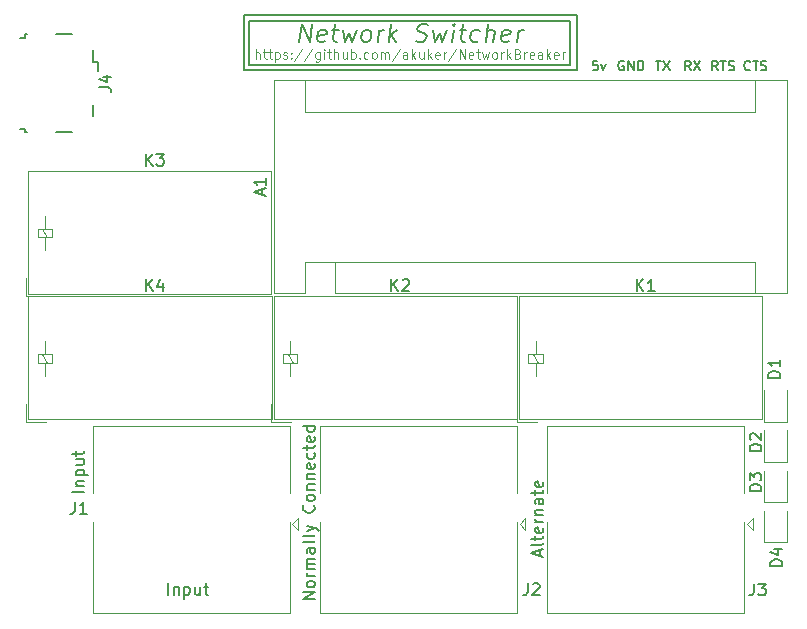
<source format=gto>
G04 #@! TF.GenerationSoftware,KiCad,Pcbnew,(5.1.4)-1*
G04 #@! TF.CreationDate,2020-09-13T00:14:35-05:00*
G04 #@! TF.ProjectId,NetworkBreaker,4e657477-6f72-46b4-9272-65616b65722e,rev?*
G04 #@! TF.SameCoordinates,Original*
G04 #@! TF.FileFunction,Legend,Top*
G04 #@! TF.FilePolarity,Positive*
%FSLAX46Y46*%
G04 Gerber Fmt 4.6, Leading zero omitted, Abs format (unit mm)*
G04 Created by KiCad (PCBNEW (5.1.4)-1) date 2020-09-13 00:14:35*
%MOMM*%
%LPD*%
G04 APERTURE LIST*
%ADD10C,0.150000*%
%ADD11C,0.100000*%
%ADD12C,0.200000*%
%ADD13C,0.120000*%
G04 APERTURE END LIST*
D10*
X243446666Y-145942857D02*
X243446666Y-145466666D01*
X243732380Y-146038095D02*
X242732380Y-145704761D01*
X243732380Y-145371428D01*
X243732380Y-144895238D02*
X243684761Y-144990476D01*
X243589523Y-145038095D01*
X242732380Y-145038095D01*
X243065714Y-144657142D02*
X243065714Y-144276190D01*
X242732380Y-144514285D02*
X243589523Y-144514285D01*
X243684761Y-144466666D01*
X243732380Y-144371428D01*
X243732380Y-144276190D01*
X243684761Y-143561904D02*
X243732380Y-143657142D01*
X243732380Y-143847619D01*
X243684761Y-143942857D01*
X243589523Y-143990476D01*
X243208571Y-143990476D01*
X243113333Y-143942857D01*
X243065714Y-143847619D01*
X243065714Y-143657142D01*
X243113333Y-143561904D01*
X243208571Y-143514285D01*
X243303809Y-143514285D01*
X243399047Y-143990476D01*
X243732380Y-143085714D02*
X243065714Y-143085714D01*
X243256190Y-143085714D02*
X243160952Y-143038095D01*
X243113333Y-142990476D01*
X243065714Y-142895238D01*
X243065714Y-142800000D01*
X243065714Y-142466666D02*
X243732380Y-142466666D01*
X243160952Y-142466666D02*
X243113333Y-142419047D01*
X243065714Y-142323809D01*
X243065714Y-142180952D01*
X243113333Y-142085714D01*
X243208571Y-142038095D01*
X243732380Y-142038095D01*
X243732380Y-141133333D02*
X243208571Y-141133333D01*
X243113333Y-141180952D01*
X243065714Y-141276190D01*
X243065714Y-141466666D01*
X243113333Y-141561904D01*
X243684761Y-141133333D02*
X243732380Y-141228571D01*
X243732380Y-141466666D01*
X243684761Y-141561904D01*
X243589523Y-141609523D01*
X243494285Y-141609523D01*
X243399047Y-141561904D01*
X243351428Y-141466666D01*
X243351428Y-141228571D01*
X243303809Y-141133333D01*
X243065714Y-140800000D02*
X243065714Y-140419047D01*
X242732380Y-140657142D02*
X243589523Y-140657142D01*
X243684761Y-140609523D01*
X243732380Y-140514285D01*
X243732380Y-140419047D01*
X243684761Y-139704761D02*
X243732380Y-139800000D01*
X243732380Y-139990476D01*
X243684761Y-140085714D01*
X243589523Y-140133333D01*
X243208571Y-140133333D01*
X243113333Y-140085714D01*
X243065714Y-139990476D01*
X243065714Y-139800000D01*
X243113333Y-139704761D01*
X243208571Y-139657142D01*
X243303809Y-139657142D01*
X243399047Y-140133333D01*
X224392380Y-149633333D02*
X223392380Y-149633333D01*
X224392380Y-149061904D01*
X223392380Y-149061904D01*
X224392380Y-148442857D02*
X224344761Y-148538095D01*
X224297142Y-148585714D01*
X224201904Y-148633333D01*
X223916190Y-148633333D01*
X223820952Y-148585714D01*
X223773333Y-148538095D01*
X223725714Y-148442857D01*
X223725714Y-148300000D01*
X223773333Y-148204761D01*
X223820952Y-148157142D01*
X223916190Y-148109523D01*
X224201904Y-148109523D01*
X224297142Y-148157142D01*
X224344761Y-148204761D01*
X224392380Y-148300000D01*
X224392380Y-148442857D01*
X224392380Y-147680952D02*
X223725714Y-147680952D01*
X223916190Y-147680952D02*
X223820952Y-147633333D01*
X223773333Y-147585714D01*
X223725714Y-147490476D01*
X223725714Y-147395238D01*
X224392380Y-147061904D02*
X223725714Y-147061904D01*
X223820952Y-147061904D02*
X223773333Y-147014285D01*
X223725714Y-146919047D01*
X223725714Y-146776190D01*
X223773333Y-146680952D01*
X223868571Y-146633333D01*
X224392380Y-146633333D01*
X223868571Y-146633333D02*
X223773333Y-146585714D01*
X223725714Y-146490476D01*
X223725714Y-146347619D01*
X223773333Y-146252380D01*
X223868571Y-146204761D01*
X224392380Y-146204761D01*
X224392380Y-145300000D02*
X223868571Y-145300000D01*
X223773333Y-145347619D01*
X223725714Y-145442857D01*
X223725714Y-145633333D01*
X223773333Y-145728571D01*
X224344761Y-145300000D02*
X224392380Y-145395238D01*
X224392380Y-145633333D01*
X224344761Y-145728571D01*
X224249523Y-145776190D01*
X224154285Y-145776190D01*
X224059047Y-145728571D01*
X224011428Y-145633333D01*
X224011428Y-145395238D01*
X223963809Y-145300000D01*
X224392380Y-144680952D02*
X224344761Y-144776190D01*
X224249523Y-144823809D01*
X223392380Y-144823809D01*
X224392380Y-144157142D02*
X224344761Y-144252380D01*
X224249523Y-144300000D01*
X223392380Y-144300000D01*
X223725714Y-143871428D02*
X224392380Y-143633333D01*
X223725714Y-143395238D02*
X224392380Y-143633333D01*
X224630476Y-143728571D01*
X224678095Y-143776190D01*
X224725714Y-143871428D01*
X224297142Y-141680952D02*
X224344761Y-141728571D01*
X224392380Y-141871428D01*
X224392380Y-141966666D01*
X224344761Y-142109523D01*
X224249523Y-142204761D01*
X224154285Y-142252380D01*
X223963809Y-142300000D01*
X223820952Y-142300000D01*
X223630476Y-142252380D01*
X223535238Y-142204761D01*
X223440000Y-142109523D01*
X223392380Y-141966666D01*
X223392380Y-141871428D01*
X223440000Y-141728571D01*
X223487619Y-141680952D01*
X224392380Y-141109523D02*
X224344761Y-141204761D01*
X224297142Y-141252380D01*
X224201904Y-141300000D01*
X223916190Y-141300000D01*
X223820952Y-141252380D01*
X223773333Y-141204761D01*
X223725714Y-141109523D01*
X223725714Y-140966666D01*
X223773333Y-140871428D01*
X223820952Y-140823809D01*
X223916190Y-140776190D01*
X224201904Y-140776190D01*
X224297142Y-140823809D01*
X224344761Y-140871428D01*
X224392380Y-140966666D01*
X224392380Y-141109523D01*
X223725714Y-140347619D02*
X224392380Y-140347619D01*
X223820952Y-140347619D02*
X223773333Y-140300000D01*
X223725714Y-140204761D01*
X223725714Y-140061904D01*
X223773333Y-139966666D01*
X223868571Y-139919047D01*
X224392380Y-139919047D01*
X223725714Y-139442857D02*
X224392380Y-139442857D01*
X223820952Y-139442857D02*
X223773333Y-139395238D01*
X223725714Y-139300000D01*
X223725714Y-139157142D01*
X223773333Y-139061904D01*
X223868571Y-139014285D01*
X224392380Y-139014285D01*
X224344761Y-138157142D02*
X224392380Y-138252380D01*
X224392380Y-138442857D01*
X224344761Y-138538095D01*
X224249523Y-138585714D01*
X223868571Y-138585714D01*
X223773333Y-138538095D01*
X223725714Y-138442857D01*
X223725714Y-138252380D01*
X223773333Y-138157142D01*
X223868571Y-138109523D01*
X223963809Y-138109523D01*
X224059047Y-138585714D01*
X224344761Y-137252380D02*
X224392380Y-137347619D01*
X224392380Y-137538095D01*
X224344761Y-137633333D01*
X224297142Y-137680952D01*
X224201904Y-137728571D01*
X223916190Y-137728571D01*
X223820952Y-137680952D01*
X223773333Y-137633333D01*
X223725714Y-137538095D01*
X223725714Y-137347619D01*
X223773333Y-137252380D01*
X223725714Y-136966666D02*
X223725714Y-136585714D01*
X223392380Y-136823809D02*
X224249523Y-136823809D01*
X224344761Y-136776190D01*
X224392380Y-136680952D01*
X224392380Y-136585714D01*
X224344761Y-135871428D02*
X224392380Y-135966666D01*
X224392380Y-136157142D01*
X224344761Y-136252380D01*
X224249523Y-136300000D01*
X223868571Y-136300000D01*
X223773333Y-136252380D01*
X223725714Y-136157142D01*
X223725714Y-135966666D01*
X223773333Y-135871428D01*
X223868571Y-135823809D01*
X223963809Y-135823809D01*
X224059047Y-136300000D01*
X224392380Y-134966666D02*
X223392380Y-134966666D01*
X224344761Y-134966666D02*
X224392380Y-135061904D01*
X224392380Y-135252380D01*
X224344761Y-135347619D01*
X224297142Y-135395238D01*
X224201904Y-135442857D01*
X223916190Y-135442857D01*
X223820952Y-135395238D01*
X223773333Y-135347619D01*
X223725714Y-135252380D01*
X223725714Y-135061904D01*
X223773333Y-134966666D01*
X204871980Y-140517657D02*
X203871980Y-140517657D01*
X204205314Y-140041466D02*
X204871980Y-140041466D01*
X204300552Y-140041466D02*
X204252933Y-139993847D01*
X204205314Y-139898609D01*
X204205314Y-139755752D01*
X204252933Y-139660514D01*
X204348171Y-139612895D01*
X204871980Y-139612895D01*
X204205314Y-139136704D02*
X205205314Y-139136704D01*
X204252933Y-139136704D02*
X204205314Y-139041466D01*
X204205314Y-138850990D01*
X204252933Y-138755752D01*
X204300552Y-138708133D01*
X204395790Y-138660514D01*
X204681504Y-138660514D01*
X204776742Y-138708133D01*
X204824361Y-138755752D01*
X204871980Y-138850990D01*
X204871980Y-139041466D01*
X204824361Y-139136704D01*
X204205314Y-137803371D02*
X204871980Y-137803371D01*
X204205314Y-138231942D02*
X204729123Y-138231942D01*
X204824361Y-138184323D01*
X204871980Y-138089085D01*
X204871980Y-137946228D01*
X204824361Y-137850990D01*
X204776742Y-137803371D01*
X204205314Y-137470038D02*
X204205314Y-137089085D01*
X203871980Y-137327180D02*
X204729123Y-137327180D01*
X204824361Y-137279561D01*
X204871980Y-137184323D01*
X204871980Y-137089085D01*
X211967142Y-149242380D02*
X211967142Y-148242380D01*
X212443333Y-148575714D02*
X212443333Y-149242380D01*
X212443333Y-148670952D02*
X212490952Y-148623333D01*
X212586190Y-148575714D01*
X212729047Y-148575714D01*
X212824285Y-148623333D01*
X212871904Y-148718571D01*
X212871904Y-149242380D01*
X213348095Y-148575714D02*
X213348095Y-149575714D01*
X213348095Y-148623333D02*
X213443333Y-148575714D01*
X213633809Y-148575714D01*
X213729047Y-148623333D01*
X213776666Y-148670952D01*
X213824285Y-148766190D01*
X213824285Y-149051904D01*
X213776666Y-149147142D01*
X213729047Y-149194761D01*
X213633809Y-149242380D01*
X213443333Y-149242380D01*
X213348095Y-149194761D01*
X214681428Y-148575714D02*
X214681428Y-149242380D01*
X214252857Y-148575714D02*
X214252857Y-149099523D01*
X214300476Y-149194761D01*
X214395714Y-149242380D01*
X214538571Y-149242380D01*
X214633809Y-149194761D01*
X214681428Y-149147142D01*
X215014761Y-148575714D02*
X215395714Y-148575714D01*
X215157619Y-148242380D02*
X215157619Y-149099523D01*
X215205238Y-149194761D01*
X215300476Y-149242380D01*
X215395714Y-149242380D01*
X261261904Y-104785714D02*
X261223809Y-104823809D01*
X261109523Y-104861904D01*
X261033333Y-104861904D01*
X260919047Y-104823809D01*
X260842857Y-104747619D01*
X260804761Y-104671428D01*
X260766666Y-104519047D01*
X260766666Y-104404761D01*
X260804761Y-104252380D01*
X260842857Y-104176190D01*
X260919047Y-104100000D01*
X261033333Y-104061904D01*
X261109523Y-104061904D01*
X261223809Y-104100000D01*
X261261904Y-104138095D01*
X261490476Y-104061904D02*
X261947619Y-104061904D01*
X261719047Y-104861904D02*
X261719047Y-104061904D01*
X262176190Y-104823809D02*
X262290476Y-104861904D01*
X262480952Y-104861904D01*
X262557142Y-104823809D01*
X262595238Y-104785714D01*
X262633333Y-104709523D01*
X262633333Y-104633333D01*
X262595238Y-104557142D01*
X262557142Y-104519047D01*
X262480952Y-104480952D01*
X262328571Y-104442857D01*
X262252380Y-104404761D01*
X262214285Y-104366666D01*
X262176190Y-104290476D01*
X262176190Y-104214285D01*
X262214285Y-104138095D01*
X262252380Y-104100000D01*
X262328571Y-104061904D01*
X262519047Y-104061904D01*
X262633333Y-104100000D01*
X258521904Y-104861904D02*
X258255238Y-104480952D01*
X258064761Y-104861904D02*
X258064761Y-104061904D01*
X258369523Y-104061904D01*
X258445714Y-104100000D01*
X258483809Y-104138095D01*
X258521904Y-104214285D01*
X258521904Y-104328571D01*
X258483809Y-104404761D01*
X258445714Y-104442857D01*
X258369523Y-104480952D01*
X258064761Y-104480952D01*
X258750476Y-104061904D02*
X259207619Y-104061904D01*
X258979047Y-104861904D02*
X258979047Y-104061904D01*
X259436190Y-104823809D02*
X259550476Y-104861904D01*
X259740952Y-104861904D01*
X259817142Y-104823809D01*
X259855238Y-104785714D01*
X259893333Y-104709523D01*
X259893333Y-104633333D01*
X259855238Y-104557142D01*
X259817142Y-104519047D01*
X259740952Y-104480952D01*
X259588571Y-104442857D01*
X259512380Y-104404761D01*
X259474285Y-104366666D01*
X259436190Y-104290476D01*
X259436190Y-104214285D01*
X259474285Y-104138095D01*
X259512380Y-104100000D01*
X259588571Y-104061904D01*
X259779047Y-104061904D01*
X259893333Y-104100000D01*
X256226666Y-104861904D02*
X255960000Y-104480952D01*
X255769523Y-104861904D02*
X255769523Y-104061904D01*
X256074285Y-104061904D01*
X256150476Y-104100000D01*
X256188571Y-104138095D01*
X256226666Y-104214285D01*
X256226666Y-104328571D01*
X256188571Y-104404761D01*
X256150476Y-104442857D01*
X256074285Y-104480952D01*
X255769523Y-104480952D01*
X256493333Y-104061904D02*
X257026666Y-104861904D01*
X257026666Y-104061904D02*
X256493333Y-104861904D01*
X253270476Y-104061904D02*
X253727619Y-104061904D01*
X253499047Y-104861904D02*
X253499047Y-104061904D01*
X253918095Y-104061904D02*
X254451428Y-104861904D01*
X254451428Y-104061904D02*
X253918095Y-104861904D01*
X250550476Y-104100000D02*
X250474285Y-104061904D01*
X250360000Y-104061904D01*
X250245714Y-104100000D01*
X250169523Y-104176190D01*
X250131428Y-104252380D01*
X250093333Y-104404761D01*
X250093333Y-104519047D01*
X250131428Y-104671428D01*
X250169523Y-104747619D01*
X250245714Y-104823809D01*
X250360000Y-104861904D01*
X250436190Y-104861904D01*
X250550476Y-104823809D01*
X250588571Y-104785714D01*
X250588571Y-104519047D01*
X250436190Y-104519047D01*
X250931428Y-104861904D02*
X250931428Y-104061904D01*
X251388571Y-104861904D01*
X251388571Y-104061904D01*
X251769523Y-104861904D02*
X251769523Y-104061904D01*
X251960000Y-104061904D01*
X252074285Y-104100000D01*
X252150476Y-104176190D01*
X252188571Y-104252380D01*
X252226666Y-104404761D01*
X252226666Y-104519047D01*
X252188571Y-104671428D01*
X252150476Y-104747619D01*
X252074285Y-104823809D01*
X251960000Y-104861904D01*
X251769523Y-104861904D01*
X248335714Y-104061904D02*
X247954761Y-104061904D01*
X247916666Y-104442857D01*
X247954761Y-104404761D01*
X248030952Y-104366666D01*
X248221428Y-104366666D01*
X248297619Y-104404761D01*
X248335714Y-104442857D01*
X248373809Y-104519047D01*
X248373809Y-104709523D01*
X248335714Y-104785714D01*
X248297619Y-104823809D01*
X248221428Y-104861904D01*
X248030952Y-104861904D01*
X247954761Y-104823809D01*
X247916666Y-104785714D01*
X248640476Y-104328571D02*
X248830952Y-104861904D01*
X249021428Y-104328571D01*
X218370000Y-100210000D02*
X218374000Y-104842000D01*
X246593400Y-100210000D02*
X218370000Y-100210000D01*
X246593400Y-104842000D02*
X246593400Y-100210000D01*
X218374000Y-104842000D02*
X246593400Y-104842000D01*
X218850000Y-100680000D02*
X218850000Y-104400000D01*
X246009200Y-100680000D02*
X218850000Y-100680000D01*
X246009200Y-104410200D02*
X246009200Y-100680000D01*
X218856600Y-104410200D02*
X246009200Y-104410200D01*
D11*
X219397980Y-103857704D02*
X219397980Y-103057704D01*
X219740838Y-103857704D02*
X219740838Y-103438657D01*
X219702742Y-103362466D01*
X219626552Y-103324371D01*
X219512266Y-103324371D01*
X219436076Y-103362466D01*
X219397980Y-103400561D01*
X220007504Y-103324371D02*
X220312266Y-103324371D01*
X220121790Y-103057704D02*
X220121790Y-103743419D01*
X220159885Y-103819609D01*
X220236076Y-103857704D01*
X220312266Y-103857704D01*
X220464647Y-103324371D02*
X220769409Y-103324371D01*
X220578933Y-103057704D02*
X220578933Y-103743419D01*
X220617028Y-103819609D01*
X220693219Y-103857704D01*
X220769409Y-103857704D01*
X221036076Y-103324371D02*
X221036076Y-104124371D01*
X221036076Y-103362466D02*
X221112266Y-103324371D01*
X221264647Y-103324371D01*
X221340838Y-103362466D01*
X221378933Y-103400561D01*
X221417028Y-103476752D01*
X221417028Y-103705323D01*
X221378933Y-103781514D01*
X221340838Y-103819609D01*
X221264647Y-103857704D01*
X221112266Y-103857704D01*
X221036076Y-103819609D01*
X221721790Y-103819609D02*
X221797980Y-103857704D01*
X221950361Y-103857704D01*
X222026552Y-103819609D01*
X222064647Y-103743419D01*
X222064647Y-103705323D01*
X222026552Y-103629133D01*
X221950361Y-103591038D01*
X221836076Y-103591038D01*
X221759885Y-103552942D01*
X221721790Y-103476752D01*
X221721790Y-103438657D01*
X221759885Y-103362466D01*
X221836076Y-103324371D01*
X221950361Y-103324371D01*
X222026552Y-103362466D01*
X222407504Y-103781514D02*
X222445599Y-103819609D01*
X222407504Y-103857704D01*
X222369409Y-103819609D01*
X222407504Y-103781514D01*
X222407504Y-103857704D01*
X222407504Y-103362466D02*
X222445599Y-103400561D01*
X222407504Y-103438657D01*
X222369409Y-103400561D01*
X222407504Y-103362466D01*
X222407504Y-103438657D01*
X223359885Y-103019609D02*
X222674171Y-104048180D01*
X224197980Y-103019609D02*
X223512266Y-104048180D01*
X224807504Y-103324371D02*
X224807504Y-103971990D01*
X224769409Y-104048180D01*
X224731314Y-104086276D01*
X224655123Y-104124371D01*
X224540838Y-104124371D01*
X224464647Y-104086276D01*
X224807504Y-103819609D02*
X224731314Y-103857704D01*
X224578933Y-103857704D01*
X224502742Y-103819609D01*
X224464647Y-103781514D01*
X224426552Y-103705323D01*
X224426552Y-103476752D01*
X224464647Y-103400561D01*
X224502742Y-103362466D01*
X224578933Y-103324371D01*
X224731314Y-103324371D01*
X224807504Y-103362466D01*
X225188457Y-103857704D02*
X225188457Y-103324371D01*
X225188457Y-103057704D02*
X225150361Y-103095800D01*
X225188457Y-103133895D01*
X225226552Y-103095800D01*
X225188457Y-103057704D01*
X225188457Y-103133895D01*
X225455123Y-103324371D02*
X225759885Y-103324371D01*
X225569409Y-103057704D02*
X225569409Y-103743419D01*
X225607504Y-103819609D01*
X225683695Y-103857704D01*
X225759885Y-103857704D01*
X226026552Y-103857704D02*
X226026552Y-103057704D01*
X226369409Y-103857704D02*
X226369409Y-103438657D01*
X226331314Y-103362466D01*
X226255123Y-103324371D01*
X226140838Y-103324371D01*
X226064647Y-103362466D01*
X226026552Y-103400561D01*
X227093219Y-103324371D02*
X227093219Y-103857704D01*
X226750361Y-103324371D02*
X226750361Y-103743419D01*
X226788457Y-103819609D01*
X226864647Y-103857704D01*
X226978933Y-103857704D01*
X227055123Y-103819609D01*
X227093219Y-103781514D01*
X227474171Y-103857704D02*
X227474171Y-103057704D01*
X227474171Y-103362466D02*
X227550361Y-103324371D01*
X227702742Y-103324371D01*
X227778933Y-103362466D01*
X227817028Y-103400561D01*
X227855123Y-103476752D01*
X227855123Y-103705323D01*
X227817028Y-103781514D01*
X227778933Y-103819609D01*
X227702742Y-103857704D01*
X227550361Y-103857704D01*
X227474171Y-103819609D01*
X228197980Y-103781514D02*
X228236076Y-103819609D01*
X228197980Y-103857704D01*
X228159885Y-103819609D01*
X228197980Y-103781514D01*
X228197980Y-103857704D01*
X228921790Y-103819609D02*
X228845599Y-103857704D01*
X228693219Y-103857704D01*
X228617028Y-103819609D01*
X228578933Y-103781514D01*
X228540838Y-103705323D01*
X228540838Y-103476752D01*
X228578933Y-103400561D01*
X228617028Y-103362466D01*
X228693219Y-103324371D01*
X228845599Y-103324371D01*
X228921790Y-103362466D01*
X229378933Y-103857704D02*
X229302742Y-103819609D01*
X229264647Y-103781514D01*
X229226552Y-103705323D01*
X229226552Y-103476752D01*
X229264647Y-103400561D01*
X229302742Y-103362466D01*
X229378933Y-103324371D01*
X229493219Y-103324371D01*
X229569409Y-103362466D01*
X229607504Y-103400561D01*
X229645599Y-103476752D01*
X229645599Y-103705323D01*
X229607504Y-103781514D01*
X229569409Y-103819609D01*
X229493219Y-103857704D01*
X229378933Y-103857704D01*
X229988457Y-103857704D02*
X229988457Y-103324371D01*
X229988457Y-103400561D02*
X230026552Y-103362466D01*
X230102742Y-103324371D01*
X230217028Y-103324371D01*
X230293219Y-103362466D01*
X230331314Y-103438657D01*
X230331314Y-103857704D01*
X230331314Y-103438657D02*
X230369409Y-103362466D01*
X230445599Y-103324371D01*
X230559885Y-103324371D01*
X230636076Y-103362466D01*
X230674171Y-103438657D01*
X230674171Y-103857704D01*
X231626552Y-103019609D02*
X230940838Y-104048180D01*
X232236076Y-103857704D02*
X232236076Y-103438657D01*
X232197980Y-103362466D01*
X232121790Y-103324371D01*
X231969409Y-103324371D01*
X231893219Y-103362466D01*
X232236076Y-103819609D02*
X232159885Y-103857704D01*
X231969409Y-103857704D01*
X231893219Y-103819609D01*
X231855123Y-103743419D01*
X231855123Y-103667228D01*
X231893219Y-103591038D01*
X231969409Y-103552942D01*
X232159885Y-103552942D01*
X232236076Y-103514847D01*
X232617028Y-103857704D02*
X232617028Y-103057704D01*
X232693219Y-103552942D02*
X232921790Y-103857704D01*
X232921790Y-103324371D02*
X232617028Y-103629133D01*
X233607504Y-103324371D02*
X233607504Y-103857704D01*
X233264647Y-103324371D02*
X233264647Y-103743419D01*
X233302742Y-103819609D01*
X233378933Y-103857704D01*
X233493219Y-103857704D01*
X233569409Y-103819609D01*
X233607504Y-103781514D01*
X233988457Y-103857704D02*
X233988457Y-103057704D01*
X234064647Y-103552942D02*
X234293219Y-103857704D01*
X234293219Y-103324371D02*
X233988457Y-103629133D01*
X234940838Y-103819609D02*
X234864647Y-103857704D01*
X234712266Y-103857704D01*
X234636076Y-103819609D01*
X234597980Y-103743419D01*
X234597980Y-103438657D01*
X234636076Y-103362466D01*
X234712266Y-103324371D01*
X234864647Y-103324371D01*
X234940838Y-103362466D01*
X234978933Y-103438657D01*
X234978933Y-103514847D01*
X234597980Y-103591038D01*
X235321790Y-103857704D02*
X235321790Y-103324371D01*
X235321790Y-103476752D02*
X235359885Y-103400561D01*
X235397980Y-103362466D01*
X235474171Y-103324371D01*
X235550361Y-103324371D01*
X236388457Y-103019609D02*
X235702742Y-104048180D01*
X236655123Y-103857704D02*
X236655123Y-103057704D01*
X237112266Y-103857704D01*
X237112266Y-103057704D01*
X237797980Y-103819609D02*
X237721790Y-103857704D01*
X237569409Y-103857704D01*
X237493219Y-103819609D01*
X237455123Y-103743419D01*
X237455123Y-103438657D01*
X237493219Y-103362466D01*
X237569409Y-103324371D01*
X237721790Y-103324371D01*
X237797980Y-103362466D01*
X237836076Y-103438657D01*
X237836076Y-103514847D01*
X237455123Y-103591038D01*
X238064647Y-103324371D02*
X238369409Y-103324371D01*
X238178933Y-103057704D02*
X238178933Y-103743419D01*
X238217028Y-103819609D01*
X238293219Y-103857704D01*
X238369409Y-103857704D01*
X238559885Y-103324371D02*
X238712266Y-103857704D01*
X238864647Y-103476752D01*
X239017028Y-103857704D01*
X239169409Y-103324371D01*
X239588457Y-103857704D02*
X239512266Y-103819609D01*
X239474171Y-103781514D01*
X239436076Y-103705323D01*
X239436076Y-103476752D01*
X239474171Y-103400561D01*
X239512266Y-103362466D01*
X239588457Y-103324371D01*
X239702742Y-103324371D01*
X239778933Y-103362466D01*
X239817028Y-103400561D01*
X239855123Y-103476752D01*
X239855123Y-103705323D01*
X239817028Y-103781514D01*
X239778933Y-103819609D01*
X239702742Y-103857704D01*
X239588457Y-103857704D01*
X240197980Y-103857704D02*
X240197980Y-103324371D01*
X240197980Y-103476752D02*
X240236076Y-103400561D01*
X240274171Y-103362466D01*
X240350361Y-103324371D01*
X240426552Y-103324371D01*
X240693219Y-103857704D02*
X240693219Y-103057704D01*
X240769409Y-103552942D02*
X240997980Y-103857704D01*
X240997980Y-103324371D02*
X240693219Y-103629133D01*
X241607504Y-103438657D02*
X241721790Y-103476752D01*
X241759885Y-103514847D01*
X241797980Y-103591038D01*
X241797980Y-103705323D01*
X241759885Y-103781514D01*
X241721790Y-103819609D01*
X241645600Y-103857704D01*
X241340838Y-103857704D01*
X241340838Y-103057704D01*
X241607504Y-103057704D01*
X241683695Y-103095800D01*
X241721790Y-103133895D01*
X241759885Y-103210085D01*
X241759885Y-103286276D01*
X241721790Y-103362466D01*
X241683695Y-103400561D01*
X241607504Y-103438657D01*
X241340838Y-103438657D01*
X242140838Y-103857704D02*
X242140838Y-103324371D01*
X242140838Y-103476752D02*
X242178933Y-103400561D01*
X242217028Y-103362466D01*
X242293219Y-103324371D01*
X242369409Y-103324371D01*
X242940838Y-103819609D02*
X242864647Y-103857704D01*
X242712266Y-103857704D01*
X242636076Y-103819609D01*
X242597980Y-103743419D01*
X242597980Y-103438657D01*
X242636076Y-103362466D01*
X242712266Y-103324371D01*
X242864647Y-103324371D01*
X242940838Y-103362466D01*
X242978933Y-103438657D01*
X242978933Y-103514847D01*
X242597980Y-103591038D01*
X243664647Y-103857704D02*
X243664647Y-103438657D01*
X243626552Y-103362466D01*
X243550361Y-103324371D01*
X243397980Y-103324371D01*
X243321790Y-103362466D01*
X243664647Y-103819609D02*
X243588457Y-103857704D01*
X243397980Y-103857704D01*
X243321790Y-103819609D01*
X243283695Y-103743419D01*
X243283695Y-103667228D01*
X243321790Y-103591038D01*
X243397980Y-103552942D01*
X243588457Y-103552942D01*
X243664647Y-103514847D01*
X244045600Y-103857704D02*
X244045600Y-103057704D01*
X244121790Y-103552942D02*
X244350361Y-103857704D01*
X244350361Y-103324371D02*
X244045600Y-103629133D01*
X244997980Y-103819609D02*
X244921790Y-103857704D01*
X244769409Y-103857704D01*
X244693219Y-103819609D01*
X244655123Y-103743419D01*
X244655123Y-103438657D01*
X244693219Y-103362466D01*
X244769409Y-103324371D01*
X244921790Y-103324371D01*
X244997980Y-103362466D01*
X245036076Y-103438657D01*
X245036076Y-103514847D01*
X244655123Y-103591038D01*
X245378933Y-103857704D02*
X245378933Y-103324371D01*
X245378933Y-103476752D02*
X245417028Y-103400561D01*
X245455123Y-103362466D01*
X245531314Y-103324371D01*
X245607504Y-103324371D01*
D12*
X223100625Y-102418571D02*
X223288125Y-100918571D01*
X223957767Y-102418571D01*
X224145267Y-100918571D01*
X225252410Y-102347142D02*
X225100625Y-102418571D01*
X224814910Y-102418571D01*
X224680982Y-102347142D01*
X224627410Y-102204285D01*
X224698839Y-101632857D01*
X224788125Y-101490000D01*
X224939910Y-101418571D01*
X225225625Y-101418571D01*
X225359553Y-101490000D01*
X225413125Y-101632857D01*
X225395267Y-101775714D01*
X224663125Y-101918571D01*
X225868482Y-101418571D02*
X226439910Y-101418571D01*
X226145267Y-100918571D02*
X225984553Y-102204285D01*
X226038125Y-102347142D01*
X226172053Y-102418571D01*
X226314910Y-102418571D01*
X226797053Y-101418571D02*
X226957767Y-102418571D01*
X227332767Y-101704285D01*
X227529196Y-102418571D01*
X227939910Y-101418571D01*
X228600625Y-102418571D02*
X228466696Y-102347142D01*
X228404196Y-102275714D01*
X228350625Y-102132857D01*
X228404196Y-101704285D01*
X228493482Y-101561428D01*
X228573839Y-101490000D01*
X228725625Y-101418571D01*
X228939910Y-101418571D01*
X229073839Y-101490000D01*
X229136339Y-101561428D01*
X229189910Y-101704285D01*
X229136339Y-102132857D01*
X229047053Y-102275714D01*
X228966696Y-102347142D01*
X228814910Y-102418571D01*
X228600625Y-102418571D01*
X229743482Y-102418571D02*
X229868482Y-101418571D01*
X229832767Y-101704285D02*
X229922053Y-101561428D01*
X230002410Y-101490000D01*
X230154196Y-101418571D01*
X230297053Y-101418571D01*
X230672053Y-102418571D02*
X230859553Y-100918571D01*
X230886339Y-101847142D02*
X231243482Y-102418571D01*
X231368482Y-101418571D02*
X230725625Y-101990000D01*
X232966696Y-102347142D02*
X233172053Y-102418571D01*
X233529196Y-102418571D01*
X233680982Y-102347142D01*
X233761339Y-102275714D01*
X233850625Y-102132857D01*
X233868482Y-101990000D01*
X233814910Y-101847142D01*
X233752410Y-101775714D01*
X233618482Y-101704285D01*
X233341696Y-101632857D01*
X233207767Y-101561428D01*
X233145267Y-101490000D01*
X233091696Y-101347142D01*
X233109553Y-101204285D01*
X233198839Y-101061428D01*
X233279196Y-100990000D01*
X233430982Y-100918571D01*
X233788125Y-100918571D01*
X233993482Y-100990000D01*
X234439910Y-101418571D02*
X234600625Y-102418571D01*
X234975625Y-101704285D01*
X235172053Y-102418571D01*
X235582767Y-101418571D01*
X236029196Y-102418571D02*
X236154196Y-101418571D01*
X236216696Y-100918571D02*
X236136339Y-100990000D01*
X236198839Y-101061428D01*
X236279196Y-100990000D01*
X236216696Y-100918571D01*
X236198839Y-101061428D01*
X236654196Y-101418571D02*
X237225625Y-101418571D01*
X236930982Y-100918571D02*
X236770267Y-102204285D01*
X236823839Y-102347142D01*
X236957767Y-102418571D01*
X237100625Y-102418571D01*
X238252410Y-102347142D02*
X238100625Y-102418571D01*
X237814910Y-102418571D01*
X237680982Y-102347142D01*
X237618482Y-102275714D01*
X237564910Y-102132857D01*
X237618482Y-101704285D01*
X237707767Y-101561428D01*
X237788125Y-101490000D01*
X237939910Y-101418571D01*
X238225625Y-101418571D01*
X238359553Y-101490000D01*
X238886339Y-102418571D02*
X239073839Y-100918571D01*
X239529196Y-102418571D02*
X239627410Y-101632857D01*
X239573839Y-101490000D01*
X239439910Y-101418571D01*
X239225625Y-101418571D01*
X239073839Y-101490000D01*
X238993482Y-101561428D01*
X240823839Y-102347142D02*
X240672053Y-102418571D01*
X240386339Y-102418571D01*
X240252410Y-102347142D01*
X240198839Y-102204285D01*
X240270267Y-101632857D01*
X240359553Y-101490000D01*
X240511339Y-101418571D01*
X240797053Y-101418571D01*
X240930982Y-101490000D01*
X240984553Y-101632857D01*
X240966696Y-101775714D01*
X240234553Y-101918571D01*
X241529196Y-102418571D02*
X241654196Y-101418571D01*
X241618482Y-101704285D02*
X241707767Y-101561428D01*
X241788125Y-101490000D01*
X241939910Y-101418571D01*
X242082767Y-101418571D01*
D13*
X242490000Y-128900000D02*
X242490000Y-129600000D01*
X243690000Y-128900000D02*
X242490000Y-128900000D01*
X243690000Y-129600000D02*
X243690000Y-128900000D01*
X242490000Y-129600000D02*
X243690000Y-129600000D01*
X243290000Y-129600000D02*
X242890000Y-128900000D01*
X243090000Y-128900000D02*
X243090000Y-127800000D01*
X243090000Y-129600000D02*
X243090000Y-130700000D01*
X262290000Y-124000000D02*
X262290000Y-134400000D01*
X241690000Y-124000000D02*
X262290000Y-124000000D01*
X241690000Y-134400000D02*
X241690000Y-124000000D01*
X262290000Y-134400000D02*
X241690000Y-134400000D01*
X241490000Y-134600000D02*
X241490000Y-133100000D01*
X243190000Y-134600000D02*
X241490000Y-134600000D01*
X221715000Y-128900000D02*
X221715000Y-129600000D01*
X222915000Y-128900000D02*
X221715000Y-128900000D01*
X222915000Y-129600000D02*
X222915000Y-128900000D01*
X221715000Y-129600000D02*
X222915000Y-129600000D01*
X222515000Y-129600000D02*
X222115000Y-128900000D01*
X222315000Y-128900000D02*
X222315000Y-127800000D01*
X222315000Y-129600000D02*
X222315000Y-130700000D01*
X241515000Y-124000000D02*
X241515000Y-134400000D01*
X220915000Y-124000000D02*
X241515000Y-124000000D01*
X220915000Y-134400000D02*
X220915000Y-124000000D01*
X241515000Y-134400000D02*
X220915000Y-134400000D01*
X220715000Y-134600000D02*
X220715000Y-133100000D01*
X222415000Y-134600000D02*
X220715000Y-134600000D01*
X220920000Y-105690000D02*
X220920000Y-123730000D01*
X264360000Y-105690000D02*
X220920000Y-105690000D01*
X264360000Y-123730000D02*
X264360000Y-105690000D01*
X261690000Y-121060000D02*
X261690000Y-123730000D01*
X226130000Y-121060000D02*
X261690000Y-121060000D01*
X226130000Y-121060000D02*
X226130000Y-123730000D01*
X261690000Y-108360000D02*
X261690000Y-105690000D01*
X223590000Y-108360000D02*
X261690000Y-108360000D01*
X223590000Y-108360000D02*
X223590000Y-105690000D01*
X220920000Y-123730000D02*
X223590000Y-123730000D01*
X226130000Y-123730000D02*
X264360000Y-123730000D01*
X223590000Y-121060000D02*
X223590000Y-123730000D01*
X226130000Y-121060000D02*
X223590000Y-121060000D01*
X200940000Y-128900000D02*
X200940000Y-129600000D01*
X202140000Y-128900000D02*
X200940000Y-128900000D01*
X202140000Y-129600000D02*
X202140000Y-128900000D01*
X200940000Y-129600000D02*
X202140000Y-129600000D01*
X201740000Y-129600000D02*
X201340000Y-128900000D01*
X201540000Y-128900000D02*
X201540000Y-127800000D01*
X201540000Y-129600000D02*
X201540000Y-130700000D01*
X220740000Y-124000000D02*
X220740000Y-134400000D01*
X200140000Y-124000000D02*
X220740000Y-124000000D01*
X200140000Y-134400000D02*
X200140000Y-124000000D01*
X220740000Y-134400000D02*
X200140000Y-134400000D01*
X199940000Y-134600000D02*
X199940000Y-133100000D01*
X201640000Y-134600000D02*
X199940000Y-134600000D01*
X200930000Y-118270000D02*
X200930000Y-118970000D01*
X202130000Y-118270000D02*
X200930000Y-118270000D01*
X202130000Y-118970000D02*
X202130000Y-118270000D01*
X200930000Y-118970000D02*
X202130000Y-118970000D01*
X201730000Y-118970000D02*
X201330000Y-118270000D01*
X201530000Y-118270000D02*
X201530000Y-117170000D01*
X201530000Y-118970000D02*
X201530000Y-120070000D01*
X220730000Y-113370000D02*
X220730000Y-123770000D01*
X200130000Y-113370000D02*
X220730000Y-113370000D01*
X200130000Y-123770000D02*
X200130000Y-113370000D01*
X220730000Y-123770000D02*
X200130000Y-123770000D01*
X199930000Y-123970000D02*
X199930000Y-122470000D01*
X201630000Y-123970000D02*
X199930000Y-123970000D01*
X264370000Y-144814999D02*
X264370000Y-142129999D01*
X262450000Y-144814999D02*
X264370000Y-144814999D01*
X262450000Y-142129999D02*
X262450000Y-144814999D01*
X264370000Y-141421666D02*
X264370000Y-138736666D01*
X262450000Y-141421666D02*
X264370000Y-141421666D01*
X262450000Y-138736666D02*
X262450000Y-141421666D01*
X264370000Y-138028333D02*
X264370000Y-135343333D01*
X262450000Y-138028333D02*
X264370000Y-138028333D01*
X262450000Y-135343333D02*
X262450000Y-138028333D01*
X264370000Y-134635000D02*
X264370000Y-131950000D01*
X262450000Y-134635000D02*
X264370000Y-134635000D01*
X262450000Y-131950000D02*
X262450000Y-134635000D01*
D10*
X205600500Y-107754500D02*
X205600500Y-108754500D01*
X205600500Y-104154500D02*
X205600500Y-103154500D01*
X206025500Y-104154500D02*
X205600500Y-104154500D01*
X206025500Y-104879500D02*
X206025500Y-104154500D01*
X202450500Y-110104500D02*
X203850500Y-110104500D01*
X199900500Y-110104500D02*
X200050500Y-110104500D01*
X199900500Y-109804500D02*
X199900500Y-110104500D01*
X199450500Y-109804500D02*
X199900500Y-109804500D01*
X199900500Y-102104500D02*
X199450500Y-102104500D01*
X199900500Y-101804500D02*
X199900500Y-102104500D01*
X200050500Y-101804500D02*
X199900500Y-101804500D01*
X203850500Y-101804500D02*
X202450500Y-101804500D01*
D13*
X261471500Y-143761000D02*
X260971500Y-143261000D01*
X261471500Y-142761000D02*
X261471500Y-143761000D01*
X260971500Y-143261000D02*
X261471500Y-142761000D01*
X244091500Y-134946000D02*
X244091500Y-140621000D01*
X260731500Y-134946000D02*
X260731500Y-140621000D01*
X260731500Y-134946000D02*
X244091500Y-134946000D01*
X244091500Y-150826000D02*
X244091500Y-143121000D01*
X260731500Y-150826000D02*
X260731500Y-143121000D01*
X260731500Y-150826000D02*
X244091500Y-150826000D01*
X242235750Y-143761000D02*
X241735750Y-143261000D01*
X242235750Y-142761000D02*
X242235750Y-143761000D01*
X241735750Y-143261000D02*
X242235750Y-142761000D01*
X224855750Y-134946000D02*
X224855750Y-140621000D01*
X241495750Y-134946000D02*
X241495750Y-140621000D01*
X241495750Y-134946000D02*
X224855750Y-134946000D01*
X224855750Y-150826000D02*
X224855750Y-143121000D01*
X241495750Y-150826000D02*
X241495750Y-143121000D01*
X241495750Y-150826000D02*
X224855750Y-150826000D01*
X223000000Y-143761000D02*
X222500000Y-143261000D01*
X223000000Y-142761000D02*
X223000000Y-143761000D01*
X222500000Y-143261000D02*
X223000000Y-142761000D01*
X205620000Y-134946000D02*
X205620000Y-140621000D01*
X222260000Y-134946000D02*
X222260000Y-140621000D01*
X222260000Y-134946000D02*
X205620000Y-134946000D01*
X205620000Y-150826000D02*
X205620000Y-143121000D01*
X222260000Y-150826000D02*
X222260000Y-143121000D01*
X222260000Y-150826000D02*
X205620000Y-150826000D01*
D10*
X251651904Y-123552380D02*
X251651904Y-122552380D01*
X252223333Y-123552380D02*
X251794761Y-122980952D01*
X252223333Y-122552380D02*
X251651904Y-123123809D01*
X253175714Y-123552380D02*
X252604285Y-123552380D01*
X252890000Y-123552380D02*
X252890000Y-122552380D01*
X252794761Y-122695238D01*
X252699523Y-122790476D01*
X252604285Y-122838095D01*
X230876904Y-123552380D02*
X230876904Y-122552380D01*
X231448333Y-123552380D02*
X231019761Y-122980952D01*
X231448333Y-122552380D02*
X230876904Y-123123809D01*
X231829285Y-122647619D02*
X231876904Y-122600000D01*
X231972142Y-122552380D01*
X232210238Y-122552380D01*
X232305476Y-122600000D01*
X232353095Y-122647619D01*
X232400714Y-122742857D01*
X232400714Y-122838095D01*
X232353095Y-122980952D01*
X231781666Y-123552380D01*
X232400714Y-123552380D01*
X219946666Y-115424285D02*
X219946666Y-114948095D01*
X220232380Y-115519523D02*
X219232380Y-115186190D01*
X220232380Y-114852857D01*
X220232380Y-113995714D02*
X220232380Y-114567142D01*
X220232380Y-114281428D02*
X219232380Y-114281428D01*
X219375238Y-114376666D01*
X219470476Y-114471904D01*
X219518095Y-114567142D01*
X210101904Y-123552380D02*
X210101904Y-122552380D01*
X210673333Y-123552380D02*
X210244761Y-122980952D01*
X210673333Y-122552380D02*
X210101904Y-123123809D01*
X211530476Y-122885714D02*
X211530476Y-123552380D01*
X211292380Y-122504761D02*
X211054285Y-123219047D01*
X211673333Y-123219047D01*
X210091904Y-112922380D02*
X210091904Y-111922380D01*
X210663333Y-112922380D02*
X210234761Y-112350952D01*
X210663333Y-111922380D02*
X210091904Y-112493809D01*
X210996666Y-111922380D02*
X211615714Y-111922380D01*
X211282380Y-112303333D01*
X211425238Y-112303333D01*
X211520476Y-112350952D01*
X211568095Y-112398571D01*
X211615714Y-112493809D01*
X211615714Y-112731904D01*
X211568095Y-112827142D01*
X211520476Y-112874761D01*
X211425238Y-112922380D01*
X211139523Y-112922380D01*
X211044285Y-112874761D01*
X210996666Y-112827142D01*
X263982380Y-146838095D02*
X262982380Y-146838095D01*
X262982380Y-146600000D01*
X263030000Y-146457142D01*
X263125238Y-146361904D01*
X263220476Y-146314285D01*
X263410952Y-146266666D01*
X263553809Y-146266666D01*
X263744285Y-146314285D01*
X263839523Y-146361904D01*
X263934761Y-146457142D01*
X263982380Y-146600000D01*
X263982380Y-146838095D01*
X263315714Y-145409523D02*
X263982380Y-145409523D01*
X262934761Y-145647619D02*
X263649047Y-145885714D01*
X263649047Y-145266666D01*
X262212380Y-140474761D02*
X261212380Y-140474761D01*
X261212380Y-140236666D01*
X261260000Y-140093808D01*
X261355238Y-139998570D01*
X261450476Y-139950951D01*
X261640952Y-139903332D01*
X261783809Y-139903332D01*
X261974285Y-139950951D01*
X262069523Y-139998570D01*
X262164761Y-140093808D01*
X262212380Y-140236666D01*
X262212380Y-140474761D01*
X261212380Y-139569999D02*
X261212380Y-138950951D01*
X261593333Y-139284285D01*
X261593333Y-139141427D01*
X261640952Y-139046189D01*
X261688571Y-138998570D01*
X261783809Y-138950951D01*
X262021904Y-138950951D01*
X262117142Y-138998570D01*
X262164761Y-139046189D01*
X262212380Y-139141427D01*
X262212380Y-139427142D01*
X262164761Y-139522380D01*
X262117142Y-139569999D01*
X262212380Y-137081428D02*
X261212380Y-137081428D01*
X261212380Y-136843333D01*
X261260000Y-136700475D01*
X261355238Y-136605237D01*
X261450476Y-136557618D01*
X261640952Y-136509999D01*
X261783809Y-136509999D01*
X261974285Y-136557618D01*
X262069523Y-136605237D01*
X262164761Y-136700475D01*
X262212380Y-136843333D01*
X262212380Y-137081428D01*
X261307619Y-136129047D02*
X261260000Y-136081428D01*
X261212380Y-135986190D01*
X261212380Y-135748094D01*
X261260000Y-135652856D01*
X261307619Y-135605237D01*
X261402857Y-135557618D01*
X261498095Y-135557618D01*
X261640952Y-135605237D01*
X262212380Y-136176666D01*
X262212380Y-135557618D01*
X263802380Y-130878095D02*
X262802380Y-130878095D01*
X262802380Y-130640000D01*
X262850000Y-130497142D01*
X262945238Y-130401904D01*
X263040476Y-130354285D01*
X263230952Y-130306666D01*
X263373809Y-130306666D01*
X263564285Y-130354285D01*
X263659523Y-130401904D01*
X263754761Y-130497142D01*
X263802380Y-130640000D01*
X263802380Y-130878095D01*
X263802380Y-129354285D02*
X263802380Y-129925714D01*
X263802380Y-129640000D02*
X262802380Y-129640000D01*
X262945238Y-129735238D01*
X263040476Y-129830476D01*
X263088095Y-129925714D01*
X206152880Y-106287833D02*
X206867166Y-106287833D01*
X207010023Y-106335452D01*
X207105261Y-106430690D01*
X207152880Y-106573547D01*
X207152880Y-106668785D01*
X206486214Y-105383071D02*
X207152880Y-105383071D01*
X206105261Y-105621166D02*
X206819547Y-105859261D01*
X206819547Y-105240214D01*
X261576666Y-148312380D02*
X261576666Y-149026666D01*
X261529047Y-149169523D01*
X261433809Y-149264761D01*
X261290952Y-149312380D01*
X261195714Y-149312380D01*
X261957619Y-148312380D02*
X262576666Y-148312380D01*
X262243333Y-148693333D01*
X262386190Y-148693333D01*
X262481428Y-148740952D01*
X262529047Y-148788571D01*
X262576666Y-148883809D01*
X262576666Y-149121904D01*
X262529047Y-149217142D01*
X262481428Y-149264761D01*
X262386190Y-149312380D01*
X262100476Y-149312380D01*
X262005238Y-149264761D01*
X261957619Y-149217142D01*
X242436666Y-148282380D02*
X242436666Y-148996666D01*
X242389047Y-149139523D01*
X242293809Y-149234761D01*
X242150952Y-149282380D01*
X242055714Y-149282380D01*
X242865238Y-148377619D02*
X242912857Y-148330000D01*
X243008095Y-148282380D01*
X243246190Y-148282380D01*
X243341428Y-148330000D01*
X243389047Y-148377619D01*
X243436666Y-148472857D01*
X243436666Y-148568095D01*
X243389047Y-148710952D01*
X242817619Y-149282380D01*
X243436666Y-149282380D01*
X204096666Y-141412380D02*
X204096666Y-142126666D01*
X204049047Y-142269523D01*
X203953809Y-142364761D01*
X203810952Y-142412380D01*
X203715714Y-142412380D01*
X205096666Y-142412380D02*
X204525238Y-142412380D01*
X204810952Y-142412380D02*
X204810952Y-141412380D01*
X204715714Y-141555238D01*
X204620476Y-141650476D01*
X204525238Y-141698095D01*
M02*

</source>
